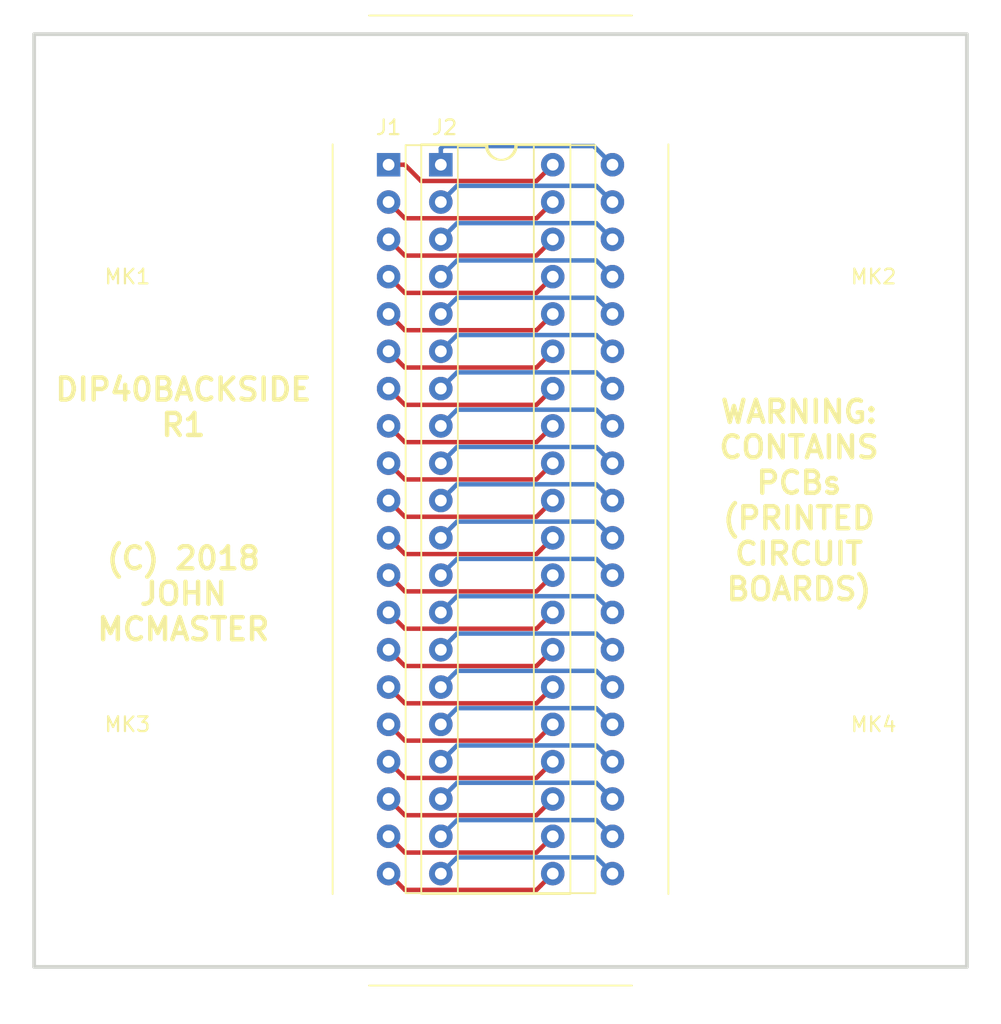
<source format=kicad_pcb>
(kicad_pcb (version 4) (host pcbnew 4.0.7-e2-6376~58~ubuntu16.04.1)

  (general
    (links 40)
    (no_connects 0)
    (area 22.922599 22.922599 91.377401 92.9774)
    (thickness 1.6)
    (drawings 7)
    (tracks 161)
    (zones 0)
    (modules 6)
    (nets 41)
  )

  (page A4)
  (layers
    (0 F.Cu signal)
    (31 B.Cu signal)
    (32 B.Adhes user)
    (33 F.Adhes user)
    (34 B.Paste user)
    (35 F.Paste user)
    (36 B.SilkS user)
    (37 F.SilkS user)
    (38 B.Mask user)
    (39 F.Mask user)
    (40 Dwgs.User user)
    (41 Cmts.User user)
    (42 Eco1.User user)
    (43 Eco2.User user)
    (44 Edge.Cuts user)
    (45 Margin user)
    (46 B.CrtYd user)
    (47 F.CrtYd user)
    (48 B.Fab user)
    (49 F.Fab user)
  )

  (setup
    (last_trace_width 0.3048)
    (trace_clearance 0.1524)
    (zone_clearance 0.508)
    (zone_45_only no)
    (trace_min 0.1524)
    (segment_width 0.2)
    (edge_width 0.00254)
    (via_size 0.6858)
    (via_drill 0.3302)
    (via_min_size 0.508)
    (via_min_drill 0.254)
    (uvia_size 0.6858)
    (uvia_drill 0.3302)
    (uvias_allowed no)
    (uvia_min_size 0)
    (uvia_min_drill 0)
    (pcb_text_width 0.3)
    (pcb_text_size 1.5 1.5)
    (mod_edge_width 0.15)
    (mod_text_size 1 1)
    (mod_text_width 0.15)
    (pad_size 3.175 3.175)
    (pad_drill 3.175)
    (pad_to_mask_clearance 0)
    (aux_axis_origin 0 0)
    (visible_elements 7FFFFFFF)
    (pcbplotparams
      (layerselection 0x010f0_80000001)
      (usegerberextensions false)
      (excludeedgelayer true)
      (linewidth 0.100000)
      (plotframeref false)
      (viasonmask false)
      (mode 1)
      (useauxorigin false)
      (hpglpennumber 1)
      (hpglpenspeed 20)
      (hpglpendiameter 15)
      (hpglpenoverlay 2)
      (psnegative false)
      (psa4output false)
      (plotreference true)
      (plotvalue true)
      (plotinvisibletext false)
      (padsonsilk false)
      (subtractmaskfromsilk false)
      (outputformat 1)
      (mirror false)
      (drillshape 0)
      (scaleselection 1)
      (outputdirectory dip40backside_r1))
  )

  (net 0 "")
  (net 1 /P1)
  (net 2 /P21)
  (net 3 /P2)
  (net 4 /P22)
  (net 5 /P3)
  (net 6 /P23)
  (net 7 /P4)
  (net 8 /P24)
  (net 9 /P5)
  (net 10 /P25)
  (net 11 /P6)
  (net 12 /P26)
  (net 13 /P7)
  (net 14 /P27)
  (net 15 /P8)
  (net 16 /P28)
  (net 17 /P9)
  (net 18 /P29)
  (net 19 /P10)
  (net 20 /P30)
  (net 21 /P11)
  (net 22 /P31)
  (net 23 /P12)
  (net 24 /P32)
  (net 25 /P13)
  (net 26 /P33)
  (net 27 /P14)
  (net 28 /P34)
  (net 29 /P15)
  (net 30 /P35)
  (net 31 /P16)
  (net 32 /P36)
  (net 33 /P17)
  (net 34 /P37)
  (net 35 /P18)
  (net 36 /P38)
  (net 37 /P19)
  (net 38 /P39)
  (net 39 /P20)
  (net 40 /P40)

  (net_class Default "To jest domyślna klasa połączeń."
    (clearance 0.1524)
    (trace_width 0.3048)
    (via_dia 0.6858)
    (via_drill 0.3302)
    (uvia_dia 0.6858)
    (uvia_drill 0.3302)
    (add_net /P1)
    (add_net /P10)
    (add_net /P11)
    (add_net /P12)
    (add_net /P13)
    (add_net /P14)
    (add_net /P15)
    (add_net /P16)
    (add_net /P17)
    (add_net /P18)
    (add_net /P19)
    (add_net /P2)
    (add_net /P20)
    (add_net /P21)
    (add_net /P22)
    (add_net /P23)
    (add_net /P24)
    (add_net /P25)
    (add_net /P26)
    (add_net /P27)
    (add_net /P28)
    (add_net /P29)
    (add_net /P3)
    (add_net /P30)
    (add_net /P31)
    (add_net /P32)
    (add_net /P33)
    (add_net /P34)
    (add_net /P35)
    (add_net /P36)
    (add_net /P37)
    (add_net /P38)
    (add_net /P39)
    (add_net /P4)
    (add_net /P40)
    (add_net /P5)
    (add_net /P6)
    (add_net /P7)
    (add_net /P8)
    (add_net /P9)
  )

  (module lib:aries_40-6554-10_DIP-40_W15.24mm_ZIF (layer F.Cu) (tedit 5B738C49) (tstamp 5B69CD01)
    (at 49.53 34.29)
    (descr "40-lead though-hole mounted DIP package, row spacing 15.24 mm (600 mils), Socket")
    (tags "THT DIP DIL PDIP 2.54mm 15.24mm 600mil Socket")
    (path /5B698498)
    (fp_text reference J1 (at 0 -2.54) (layer F.SilkS)
      (effects (font (size 1 1) (thickness 0.15)))
    )
    (fp_text value ZIF (at 7.62 50.59) (layer F.Fab)
      (effects (font (size 1 1) (thickness 0.15)))
    )
    (fp_arc (start 7.62 -1.33) (end 6.62 -1.33) (angle -180) (layer F.SilkS) (width 0.12))
    (fp_line (start 1.255 -1.27) (end 14.985 -1.27) (layer F.Fab) (width 0.1))
    (fp_line (start 14.985 -1.27) (end 14.985 49.53) (layer F.Fab) (width 0.1))
    (fp_line (start 14.985 49.53) (end 0.255 49.53) (layer F.Fab) (width 0.1))
    (fp_line (start 0.255 49.53) (end 0.255 -0.27) (layer F.Fab) (width 0.1))
    (fp_line (start 0.255 -0.27) (end 1.255 -1.27) (layer F.Fab) (width 0.1))
    (fp_line (start -1.27 -1.33) (end -1.27 49.59) (layer F.Fab) (width 0.1))
    (fp_line (start -1.27 49.59) (end 16.51 49.59) (layer F.Fab) (width 0.1))
    (fp_line (start 16.51 49.59) (end 16.51 -1.33) (layer F.Fab) (width 0.1))
    (fp_line (start 16.51 -1.33) (end -1.27 -1.33) (layer F.Fab) (width 0.1))
    (fp_line (start 6.62 -1.33) (end 1.16 -1.33) (layer F.SilkS) (width 0.12))
    (fp_line (start 1.16 -1.33) (end 1.16 49.59) (layer F.SilkS) (width 0.12))
    (fp_line (start 1.16 49.59) (end 14.08 49.59) (layer F.SilkS) (width 0.12))
    (fp_line (start 14.08 49.59) (end 14.08 -1.33) (layer F.SilkS) (width 0.12))
    (fp_line (start 14.08 -1.33) (end 8.62 -1.33) (layer F.SilkS) (width 0.12))
    (fp_line (start -3.81 -1.39) (end -3.81 49.65) (layer F.SilkS) (width 0.12))
    (fp_line (start -1.33 55.88) (end 16.57 55.88) (layer F.SilkS) (width 0.12))
    (fp_line (start 19.05 49.65) (end 19.05 -1.39) (layer F.SilkS) (width 0.12))
    (fp_line (start 16.57 -10.16) (end -1.33 -10.16) (layer F.SilkS) (width 0.12))
    (fp_line (start -1.55 -1.6) (end -1.55 49.85) (layer F.CrtYd) (width 0.05))
    (fp_line (start -1.55 49.85) (end 16.8 49.85) (layer F.CrtYd) (width 0.05))
    (fp_line (start 16.8 49.85) (end 16.8 -1.6) (layer F.CrtYd) (width 0.05))
    (fp_line (start 16.8 -1.6) (end -1.55 -1.6) (layer F.CrtYd) (width 0.05))
    (fp_text user %R (at 7.62 24.13) (layer F.Fab)
      (effects (font (size 1 1) (thickness 0.15)))
    )
    (pad 1 thru_hole rect (at 0 0) (size 1.6 1.6) (drill 0.8) (layers *.Cu *.Mask)
      (net 1 /P1))
    (pad 21 thru_hole oval (at 15.24 48.26) (size 1.6 1.6) (drill 0.8) (layers *.Cu *.Mask)
      (net 2 /P21))
    (pad 2 thru_hole oval (at 0 2.54) (size 1.6 1.6) (drill 0.8) (layers *.Cu *.Mask)
      (net 3 /P2))
    (pad 22 thru_hole oval (at 15.24 45.72) (size 1.6 1.6) (drill 0.8) (layers *.Cu *.Mask)
      (net 4 /P22))
    (pad 3 thru_hole oval (at 0 5.08) (size 1.6 1.6) (drill 0.8) (layers *.Cu *.Mask)
      (net 5 /P3))
    (pad 23 thru_hole oval (at 15.24 43.18) (size 1.6 1.6) (drill 0.8) (layers *.Cu *.Mask)
      (net 6 /P23))
    (pad 4 thru_hole oval (at 0 7.62) (size 1.6 1.6) (drill 0.8) (layers *.Cu *.Mask)
      (net 7 /P4))
    (pad 24 thru_hole oval (at 15.24 40.64) (size 1.6 1.6) (drill 0.8) (layers *.Cu *.Mask)
      (net 8 /P24))
    (pad 5 thru_hole oval (at 0 10.16) (size 1.6 1.6) (drill 0.8) (layers *.Cu *.Mask)
      (net 9 /P5))
    (pad 25 thru_hole oval (at 15.24 38.1) (size 1.6 1.6) (drill 0.8) (layers *.Cu *.Mask)
      (net 10 /P25))
    (pad 6 thru_hole oval (at 0 12.7) (size 1.6 1.6) (drill 0.8) (layers *.Cu *.Mask)
      (net 11 /P6))
    (pad 26 thru_hole oval (at 15.24 35.56) (size 1.6 1.6) (drill 0.8) (layers *.Cu *.Mask)
      (net 12 /P26))
    (pad 7 thru_hole oval (at 0 15.24) (size 1.6 1.6) (drill 0.8) (layers *.Cu *.Mask)
      (net 13 /P7))
    (pad 27 thru_hole oval (at 15.24 33.02) (size 1.6 1.6) (drill 0.8) (layers *.Cu *.Mask)
      (net 14 /P27))
    (pad 8 thru_hole oval (at 0 17.78) (size 1.6 1.6) (drill 0.8) (layers *.Cu *.Mask)
      (net 15 /P8))
    (pad 28 thru_hole oval (at 15.24 30.48) (size 1.6 1.6) (drill 0.8) (layers *.Cu *.Mask)
      (net 16 /P28))
    (pad 9 thru_hole oval (at 0 20.32) (size 1.6 1.6) (drill 0.8) (layers *.Cu *.Mask)
      (net 17 /P9))
    (pad 29 thru_hole oval (at 15.24 27.94) (size 1.6 1.6) (drill 0.8) (layers *.Cu *.Mask)
      (net 18 /P29))
    (pad 10 thru_hole oval (at 0 22.86) (size 1.6 1.6) (drill 0.8) (layers *.Cu *.Mask)
      (net 19 /P10))
    (pad 30 thru_hole oval (at 15.24 25.4) (size 1.6 1.6) (drill 0.8) (layers *.Cu *.Mask)
      (net 20 /P30))
    (pad 11 thru_hole oval (at 0 25.4) (size 1.6 1.6) (drill 0.8) (layers *.Cu *.Mask)
      (net 21 /P11))
    (pad 31 thru_hole oval (at 15.24 22.86) (size 1.6 1.6) (drill 0.8) (layers *.Cu *.Mask)
      (net 22 /P31))
    (pad 12 thru_hole oval (at 0 27.94) (size 1.6 1.6) (drill 0.8) (layers *.Cu *.Mask)
      (net 23 /P12))
    (pad 32 thru_hole oval (at 15.24 20.32) (size 1.6 1.6) (drill 0.8) (layers *.Cu *.Mask)
      (net 24 /P32))
    (pad 13 thru_hole oval (at 0 30.48) (size 1.6 1.6) (drill 0.8) (layers *.Cu *.Mask)
      (net 25 /P13))
    (pad 33 thru_hole oval (at 15.24 17.78) (size 1.6 1.6) (drill 0.8) (layers *.Cu *.Mask)
      (net 26 /P33))
    (pad 14 thru_hole oval (at 0 33.02) (size 1.6 1.6) (drill 0.8) (layers *.Cu *.Mask)
      (net 27 /P14))
    (pad 34 thru_hole oval (at 15.24 15.24) (size 1.6 1.6) (drill 0.8) (layers *.Cu *.Mask)
      (net 28 /P34))
    (pad 15 thru_hole oval (at 0 35.56) (size 1.6 1.6) (drill 0.8) (layers *.Cu *.Mask)
      (net 29 /P15))
    (pad 35 thru_hole oval (at 15.24 12.7) (size 1.6 1.6) (drill 0.8) (layers *.Cu *.Mask)
      (net 30 /P35))
    (pad 16 thru_hole oval (at 0 38.1) (size 1.6 1.6) (drill 0.8) (layers *.Cu *.Mask)
      (net 31 /P16))
    (pad 36 thru_hole oval (at 15.24 10.16) (size 1.6 1.6) (drill 0.8) (layers *.Cu *.Mask)
      (net 32 /P36))
    (pad 17 thru_hole oval (at 0 40.64) (size 1.6 1.6) (drill 0.8) (layers *.Cu *.Mask)
      (net 33 /P17))
    (pad 37 thru_hole oval (at 15.24 7.62) (size 1.6 1.6) (drill 0.8) (layers *.Cu *.Mask)
      (net 34 /P37))
    (pad 18 thru_hole oval (at 0 43.18) (size 1.6 1.6) (drill 0.8) (layers *.Cu *.Mask)
      (net 35 /P18))
    (pad 38 thru_hole oval (at 15.24 5.08) (size 1.6 1.6) (drill 0.8) (layers *.Cu *.Mask)
      (net 36 /P38))
    (pad 19 thru_hole oval (at 0 45.72) (size 1.6 1.6) (drill 0.8) (layers *.Cu *.Mask)
      (net 37 /P19))
    (pad 39 thru_hole oval (at 15.24 2.54) (size 1.6 1.6) (drill 0.8) (layers *.Cu *.Mask)
      (net 38 /P39))
    (pad 20 thru_hole oval (at 0 48.26) (size 1.6 1.6) (drill 0.8) (layers *.Cu *.Mask)
      (net 39 /P20))
    (pad 40 thru_hole oval (at 15.24 0) (size 1.6 1.6) (drill 0.8) (layers *.Cu *.Mask)
      (net 40 /P40))
    (model ${KISYS3DMOD}/Housings_DIP.3dshapes/DIP-40_W15.24mm_Socket.wrl
      (at (xyz 0 0 0))
      (scale (xyz 1 1 1))
      (rotate (xyz 0 0 0))
    )
  )

  (module lib:dip40-0.3 (layer F.Cu) (tedit 5B738C50) (tstamp 5B69DCBF)
    (at 53.086 34.29)
    (descr "40-lead though-hole mounted DIP package, row spacing 15.24 mm (600 mils), Socket")
    (tags "THT DIP DIL PDIP 2.54mm 15.24mm 600mil Socket")
    (path /5B6967F1)
    (fp_text reference J2 (at 0.254 -2.54) (layer F.SilkS)
      (effects (font (size 1 1) (thickness 0.15)))
    )
    (fp_text value Fencepost (at 3.81 50.59) (layer F.Fab)
      (effects (font (size 1 1) (thickness 0.15)))
    )
    (fp_arc (start 4.175 -1.33) (end 3.175 -1.33) (angle -180) (layer F.SilkS) (width 0.12))
    (fp_line (start 7.238 -1.27) (end 7.238 49.53) (layer F.Fab) (width 0.1))
    (fp_line (start 8.636 49.657) (end 0.255 49.657) (layer F.Fab) (width 0.1))
    (fp_line (start 0.255 49.53) (end 0.255 -0.27) (layer F.Fab) (width 0.1))
    (fp_line (start 0.255 -0.27) (end 1.255 -1.27) (layer F.Fab) (width 0.1))
    (fp_line (start -1.27 -1.33) (end -1.27 49.59) (layer F.Fab) (width 0.1))
    (fp_line (start -1.27 49.59) (end 8.89 49.59) (layer F.Fab) (width 0.1))
    (fp_line (start 8.763 49.59) (end 8.763 -1.33) (layer F.Fab) (width 0.1))
    (fp_line (start 8.763 -1.397) (end -1.27 -1.33) (layer F.Fab) (width 0.1))
    (fp_line (start 3.175 -1.27) (end 1.16 -1.27) (layer F.SilkS) (width 0.12))
    (fp_line (start 1.16 -1.33) (end 1.16 49.59) (layer F.SilkS) (width 0.12))
    (fp_line (start 1.16 49.59) (end 8.763 49.59) (layer F.SilkS) (width 0.12))
    (fp_line (start 6.333 49.59) (end 6.333 -1.33) (layer F.SilkS) (width 0.12))
    (fp_line (start -1.33 -1.39) (end -1.33 49.65) (layer F.SilkS) (width 0.12))
    (fp_line (start -1.33 49.65) (end 8.763 49.65) (layer F.SilkS) (width 0.12))
    (fp_line (start 8.823 49.65) (end 8.823 -1.39) (layer F.SilkS) (width 0.12))
    (fp_line (start 8.763 -1.397) (end -1.33 -1.39) (layer F.SilkS) (width 0.12))
    (fp_line (start -1.55 -1.6) (end -1.55 49.85) (layer F.CrtYd) (width 0.05))
    (fp_text user %R (at 7.62 24.13) (layer F.Fab)
      (effects (font (size 1 1) (thickness 0.15)))
    )
    (pad 1 thru_hole rect (at 0 0) (size 1.6 1.6) (drill 0.8) (layers *.Cu *.Mask)
      (net 40 /P40))
    (pad 21 thru_hole oval (at 7.62 48.26) (size 1.6 1.6) (drill 0.8) (layers *.Cu *.Mask)
      (net 39 /P20))
    (pad 2 thru_hole oval (at 0 2.54) (size 1.6 1.6) (drill 0.8) (layers *.Cu *.Mask)
      (net 38 /P39))
    (pad 22 thru_hole oval (at 7.62 45.72) (size 1.6 1.6) (drill 0.8) (layers *.Cu *.Mask)
      (net 37 /P19))
    (pad 3 thru_hole oval (at 0 5.08) (size 1.6 1.6) (drill 0.8) (layers *.Cu *.Mask)
      (net 36 /P38))
    (pad 23 thru_hole oval (at 7.62 43.18) (size 1.6 1.6) (drill 0.8) (layers *.Cu *.Mask)
      (net 35 /P18))
    (pad 4 thru_hole oval (at 0 7.62) (size 1.6 1.6) (drill 0.8) (layers *.Cu *.Mask)
      (net 34 /P37))
    (pad 24 thru_hole oval (at 7.62 40.64) (size 1.6 1.6) (drill 0.8) (layers *.Cu *.Mask)
      (net 33 /P17))
    (pad 5 thru_hole oval (at 0 10.16) (size 1.6 1.6) (drill 0.8) (layers *.Cu *.Mask)
      (net 32 /P36))
    (pad 25 thru_hole oval (at 7.62 38.1) (size 1.6 1.6) (drill 0.8) (layers *.Cu *.Mask)
      (net 31 /P16))
    (pad 6 thru_hole oval (at 0 12.7) (size 1.6 1.6) (drill 0.8) (layers *.Cu *.Mask)
      (net 30 /P35))
    (pad 26 thru_hole oval (at 7.62 35.56) (size 1.6 1.6) (drill 0.8) (layers *.Cu *.Mask)
      (net 29 /P15))
    (pad 7 thru_hole oval (at 0 15.24) (size 1.6 1.6) (drill 0.8) (layers *.Cu *.Mask)
      (net 28 /P34))
    (pad 27 thru_hole oval (at 7.62 33.02) (size 1.6 1.6) (drill 0.8) (layers *.Cu *.Mask)
      (net 27 /P14))
    (pad 8 thru_hole oval (at 0 17.78) (size 1.6 1.6) (drill 0.8) (layers *.Cu *.Mask)
      (net 26 /P33))
    (pad 28 thru_hole oval (at 7.62 30.48) (size 1.6 1.6) (drill 0.8) (layers *.Cu *.Mask)
      (net 25 /P13))
    (pad 9 thru_hole oval (at 0 20.32) (size 1.6 1.6) (drill 0.8) (layers *.Cu *.Mask)
      (net 24 /P32))
    (pad 29 thru_hole oval (at 7.62 27.94) (size 1.6 1.6) (drill 0.8) (layers *.Cu *.Mask)
      (net 23 /P12))
    (pad 10 thru_hole oval (at 0 22.86) (size 1.6 1.6) (drill 0.8) (layers *.Cu *.Mask)
      (net 22 /P31))
    (pad 30 thru_hole oval (at 7.62 25.4) (size 1.6 1.6) (drill 0.8) (layers *.Cu *.Mask)
      (net 21 /P11))
    (pad 11 thru_hole oval (at 0 25.4) (size 1.6 1.6) (drill 0.8) (layers *.Cu *.Mask)
      (net 20 /P30))
    (pad 31 thru_hole oval (at 7.62 22.86) (size 1.6 1.6) (drill 0.8) (layers *.Cu *.Mask)
      (net 19 /P10))
    (pad 12 thru_hole oval (at 0 27.94) (size 1.6 1.6) (drill 0.8) (layers *.Cu *.Mask)
      (net 18 /P29))
    (pad 32 thru_hole oval (at 7.62 20.32) (size 1.6 1.6) (drill 0.8) (layers *.Cu *.Mask)
      (net 17 /P9))
    (pad 13 thru_hole oval (at 0 30.48) (size 1.6 1.6) (drill 0.8) (layers *.Cu *.Mask)
      (net 16 /P28))
    (pad 33 thru_hole oval (at 7.62 17.78) (size 1.6 1.6) (drill 0.8) (layers *.Cu *.Mask)
      (net 15 /P8))
    (pad 14 thru_hole oval (at 0 33.02) (size 1.6 1.6) (drill 0.8) (layers *.Cu *.Mask)
      (net 14 /P27))
    (pad 34 thru_hole oval (at 7.62 15.24) (size 1.6 1.6) (drill 0.8) (layers *.Cu *.Mask)
      (net 13 /P7))
    (pad 15 thru_hole oval (at 0 35.56) (size 1.6 1.6) (drill 0.8) (layers *.Cu *.Mask)
      (net 12 /P26))
    (pad 35 thru_hole oval (at 7.62 12.7) (size 1.6 1.6) (drill 0.8) (layers *.Cu *.Mask)
      (net 11 /P6))
    (pad 16 thru_hole oval (at 0 38.1) (size 1.6 1.6) (drill 0.8) (layers *.Cu *.Mask)
      (net 10 /P25))
    (pad 36 thru_hole oval (at 7.62 10.16) (size 1.6 1.6) (drill 0.8) (layers *.Cu *.Mask)
      (net 9 /P5))
    (pad 17 thru_hole oval (at 0 40.64) (size 1.6 1.6) (drill 0.8) (layers *.Cu *.Mask)
      (net 8 /P24))
    (pad 37 thru_hole oval (at 7.62 7.62) (size 1.6 1.6) (drill 0.8) (layers *.Cu *.Mask)
      (net 7 /P4))
    (pad 18 thru_hole oval (at 0 43.18) (size 1.6 1.6) (drill 0.8) (layers *.Cu *.Mask)
      (net 6 /P23))
    (pad 38 thru_hole oval (at 7.62 5.08) (size 1.6 1.6) (drill 0.8) (layers *.Cu *.Mask)
      (net 5 /P3))
    (pad 19 thru_hole oval (at 0 45.72) (size 1.6 1.6) (drill 0.8) (layers *.Cu *.Mask)
      (net 4 /P22))
    (pad 39 thru_hole oval (at 7.62 2.54) (size 1.6 1.6) (drill 0.8) (layers *.Cu *.Mask)
      (net 3 /P2))
    (pad 20 thru_hole oval (at 0 48.26) (size 1.6 1.6) (drill 0.8) (layers *.Cu *.Mask)
      (net 2 /P21))
    (pad 40 thru_hole oval (at 7.62 0) (size 1.6 1.6) (drill 0.8) (layers *.Cu *.Mask)
      (net 1 /P1))
    (model ${KISYS3DMOD}/Housings_DIP.3dshapes/DIP-40_W15.24mm_Socket.wrl
      (at (xyz 0 0 0))
      (scale (xyz 1 1 1))
      (rotate (xyz 0 0 0))
    )
  )

  (module Mounting_Holes:MountingHole_8.4mm_M8 (layer F.Cu) (tedit 56D1B4CB) (tstamp 5B738F30)
    (at 31.75 31.75)
    (descr "Mounting Hole 8.4mm, no annular, M8")
    (tags "mounting hole 8.4mm no annular m8")
    (path /5B7391AD)
    (attr virtual)
    (fp_text reference MK1 (at 0 10.16) (layer F.SilkS)
      (effects (font (size 1 1) (thickness 0.15)))
    )
    (fp_text value Mounting_Hole (at 0 9.4) (layer F.Fab)
      (effects (font (size 1 1) (thickness 0.15)))
    )
    (fp_text user %R (at 0.3 0) (layer F.Fab)
      (effects (font (size 1 1) (thickness 0.15)))
    )
    (fp_circle (center 0 0) (end 8.4 0) (layer Cmts.User) (width 0.15))
    (fp_circle (center 0 0) (end 8.65 0) (layer F.CrtYd) (width 0.05))
    (pad 1 np_thru_hole circle (at 0 0) (size 8.4 8.4) (drill 8.4) (layers *.Cu *.Mask))
  )

  (module Mounting_Holes:MountingHole_8.4mm_M8 (layer F.Cu) (tedit 56D1B4CB) (tstamp 5B738F35)
    (at 82.55 31.75)
    (descr "Mounting Hole 8.4mm, no annular, M8")
    (tags "mounting hole 8.4mm no annular m8")
    (path /5B739211)
    (attr virtual)
    (fp_text reference MK2 (at 0 10.16) (layer F.SilkS)
      (effects (font (size 1 1) (thickness 0.15)))
    )
    (fp_text value Mounting_Hole (at 0 9.4) (layer F.Fab)
      (effects (font (size 1 1) (thickness 0.15)))
    )
    (fp_text user %R (at 0.3 0) (layer F.Fab)
      (effects (font (size 1 1) (thickness 0.15)))
    )
    (fp_circle (center 0 0) (end 8.4 0) (layer Cmts.User) (width 0.15))
    (fp_circle (center 0 0) (end 8.65 0) (layer F.CrtYd) (width 0.05))
    (pad 1 np_thru_hole circle (at 0 0) (size 8.4 8.4) (drill 8.4) (layers *.Cu *.Mask))
  )

  (module Mounting_Holes:MountingHole_8.4mm_M8 (layer F.Cu) (tedit 56D1B4CB) (tstamp 5B738F3A)
    (at 31.75 82.55)
    (descr "Mounting Hole 8.4mm, no annular, M8")
    (tags "mounting hole 8.4mm no annular m8")
    (path /5B739245)
    (attr virtual)
    (fp_text reference MK3 (at 0 -10.16) (layer F.SilkS)
      (effects (font (size 1 1) (thickness 0.15)))
    )
    (fp_text value Mounting_Hole (at 0 9.4) (layer F.Fab)
      (effects (font (size 1 1) (thickness 0.15)))
    )
    (fp_text user %R (at 0.3 0) (layer F.Fab)
      (effects (font (size 1 1) (thickness 0.15)))
    )
    (fp_circle (center 0 0) (end 8.4 0) (layer Cmts.User) (width 0.15))
    (fp_circle (center 0 0) (end 8.65 0) (layer F.CrtYd) (width 0.05))
    (pad 1 np_thru_hole circle (at 0 0) (size 8.4 8.4) (drill 8.4) (layers *.Cu *.Mask))
  )

  (module Mounting_Holes:MountingHole_8.4mm_M8 (layer F.Cu) (tedit 56D1B4CB) (tstamp 5B738F3F)
    (at 82.55 82.55)
    (descr "Mounting Hole 8.4mm, no annular, M8")
    (tags "mounting hole 8.4mm no annular m8")
    (path /5B739268)
    (attr virtual)
    (fp_text reference MK4 (at 0 -10.16) (layer F.SilkS)
      (effects (font (size 1 1) (thickness 0.15)))
    )
    (fp_text value Mounting_Hole (at 0 9.4) (layer F.Fab)
      (effects (font (size 1 1) (thickness 0.15)))
    )
    (fp_text user %R (at 0.3 0) (layer F.Fab)
      (effects (font (size 1 1) (thickness 0.15)))
    )
    (fp_circle (center 0 0) (end 8.4 0) (layer Cmts.User) (width 0.15))
    (fp_circle (center 0 0) (end 8.65 0) (layer F.CrtYd) (width 0.05))
    (pad 1 np_thru_hole circle (at 0 0) (size 8.4 8.4) (drill 8.4) (layers *.Cu *.Mask))
  )

  (gr_text "WARNING:\nCONTAINS\nPCBs\n(PRINTED\nCIRCUIT\nBOARDS)" (at 77.47 57.15) (layer F.SilkS) (tstamp 5B69E17C)
    (effects (font (size 1.5 1.5) (thickness 0.3)))
  )
  (gr_line (start 25.4 25.4) (end 88.9 25.4) (layer Edge.Cuts) (width 0.254) (tstamp 5B69E0D9))
  (gr_line (start 25.4 88.9) (end 88.9 88.9) (layer Edge.Cuts) (width 0.254) (tstamp 5B69E0D6))
  (gr_line (start 88.9 25.4) (end 88.9 88.9) (layer Edge.Cuts) (width 0.254) (tstamp 5B69E0D3))
  (gr_line (start 25.4 25.4) (end 25.4 88.9) (layer Edge.Cuts) (width 0.254))
  (gr_text "DIP40BACKSIDE\nR1" (at 35.56 50.8 360) (layer F.SilkS) (tstamp 5B69E0A6)
    (effects (font (size 1.5 1.5) (thickness 0.3)))
  )
  (gr_text "(C) 2018\nJOHN\nMCMASTER" (at 35.56 63.5 360) (layer F.SilkS)
    (effects (font (size 1.5 1.5) (thickness 0.3)))
  )

  (segment (start 59.906001 35.089999) (end 60.706 34.29) (width 0.3048) (layer F.Cu) (net 1))
  (segment (start 59.601199 35.394801) (end 59.906001 35.089999) (width 0.3048) (layer F.Cu) (net 1))
  (segment (start 50.6348 34.29) (end 51.739601 35.394801) (width 0.3048) (layer F.Cu) (net 1))
  (segment (start 51.739601 35.394801) (end 59.601199 35.394801) (width 0.3048) (layer F.Cu) (net 1))
  (segment (start 49.53 34.29) (end 50.6348 34.29) (width 0.3048) (layer F.Cu) (net 1))
  (segment (start 64.77 82.55) (end 63.665199 81.445199) (width 0.3048) (layer B.Cu) (net 2))
  (segment (start 63.665199 81.445199) (end 54.190801 81.445199) (width 0.3048) (layer B.Cu) (net 2))
  (segment (start 54.190801 81.445199) (end 53.885999 81.750001) (width 0.3048) (layer B.Cu) (net 2))
  (segment (start 53.885999 81.750001) (end 53.086 82.55) (width 0.3048) (layer B.Cu) (net 2))
  (segment (start 49.53 36.83) (end 50.634801 37.934801) (width 0.3048) (layer F.Cu) (net 3))
  (segment (start 59.601199 37.934801) (end 59.906001 37.629999) (width 0.3048) (layer F.Cu) (net 3))
  (segment (start 50.634801 37.934801) (end 59.601199 37.934801) (width 0.3048) (layer F.Cu) (net 3))
  (segment (start 59.906001 37.629999) (end 60.706 36.83) (width 0.3048) (layer F.Cu) (net 3))
  (segment (start 64.77 80.01) (end 63.665199 78.905199) (width 0.3048) (layer B.Cu) (net 4))
  (segment (start 63.665199 78.905199) (end 54.190801 78.905199) (width 0.3048) (layer B.Cu) (net 4))
  (segment (start 54.190801 78.905199) (end 53.885999 79.210001) (width 0.3048) (layer B.Cu) (net 4))
  (segment (start 53.885999 79.210001) (end 53.086 80.01) (width 0.3048) (layer B.Cu) (net 4))
  (segment (start 49.53 39.37) (end 50.634801 40.474801) (width 0.3048) (layer F.Cu) (net 5))
  (segment (start 50.634801 40.474801) (end 59.601199 40.474801) (width 0.3048) (layer F.Cu) (net 5))
  (segment (start 59.601199 40.474801) (end 59.906001 40.169999) (width 0.3048) (layer F.Cu) (net 5))
  (segment (start 59.906001 40.169999) (end 60.706 39.37) (width 0.3048) (layer F.Cu) (net 5))
  (segment (start 64.77 77.47) (end 63.665199 76.365199) (width 0.3048) (layer B.Cu) (net 6))
  (segment (start 63.665199 76.365199) (end 54.190801 76.365199) (width 0.3048) (layer B.Cu) (net 6))
  (segment (start 54.190801 76.365199) (end 53.885999 76.670001) (width 0.3048) (layer B.Cu) (net 6))
  (segment (start 53.885999 76.670001) (end 53.086 77.47) (width 0.3048) (layer B.Cu) (net 6))
  (segment (start 49.53 41.91) (end 50.634801 43.014801) (width 0.3048) (layer F.Cu) (net 7))
  (segment (start 59.601199 43.014801) (end 59.906001 42.709999) (width 0.3048) (layer F.Cu) (net 7))
  (segment (start 59.906001 42.709999) (end 60.706 41.91) (width 0.3048) (layer F.Cu) (net 7))
  (segment (start 50.634801 43.014801) (end 59.601199 43.014801) (width 0.3048) (layer F.Cu) (net 7))
  (segment (start 64.77 74.93) (end 63.665199 73.825199) (width 0.3048) (layer B.Cu) (net 8))
  (segment (start 63.665199 73.825199) (end 54.190801 73.825199) (width 0.3048) (layer B.Cu) (net 8))
  (segment (start 54.190801 73.825199) (end 53.885999 74.130001) (width 0.3048) (layer B.Cu) (net 8))
  (segment (start 53.885999 74.130001) (end 53.086 74.93) (width 0.3048) (layer B.Cu) (net 8))
  (segment (start 49.53 44.45) (end 50.634801 45.554801) (width 0.3048) (layer F.Cu) (net 9))
  (segment (start 59.906001 45.249999) (end 60.706 44.45) (width 0.3048) (layer F.Cu) (net 9))
  (segment (start 50.634801 45.554801) (end 59.601199 45.554801) (width 0.3048) (layer F.Cu) (net 9))
  (segment (start 59.601199 45.554801) (end 59.906001 45.249999) (width 0.3048) (layer F.Cu) (net 9))
  (segment (start 64.77 72.39) (end 63.665199 71.285199) (width 0.3048) (layer B.Cu) (net 10))
  (segment (start 63.665199 71.285199) (end 54.190801 71.285199) (width 0.3048) (layer B.Cu) (net 10))
  (segment (start 54.190801 71.285199) (end 53.885999 71.590001) (width 0.3048) (layer B.Cu) (net 10))
  (segment (start 53.885999 71.590001) (end 53.086 72.39) (width 0.3048) (layer B.Cu) (net 10))
  (segment (start 49.53 46.99) (end 50.634801 48.094801) (width 0.3048) (layer F.Cu) (net 11))
  (segment (start 50.634801 48.094801) (end 59.601199 48.094801) (width 0.3048) (layer F.Cu) (net 11))
  (segment (start 59.601199 48.094801) (end 59.906001 47.789999) (width 0.3048) (layer F.Cu) (net 11))
  (segment (start 59.906001 47.789999) (end 60.706 46.99) (width 0.3048) (layer F.Cu) (net 11))
  (segment (start 64.77 69.85) (end 63.665199 68.745199) (width 0.3048) (layer B.Cu) (net 12))
  (segment (start 63.665199 68.745199) (end 54.190801 68.745199) (width 0.3048) (layer B.Cu) (net 12))
  (segment (start 54.190801 68.745199) (end 53.885999 69.050001) (width 0.3048) (layer B.Cu) (net 12))
  (segment (start 53.885999 69.050001) (end 53.086 69.85) (width 0.3048) (layer B.Cu) (net 12))
  (segment (start 49.53 49.53) (end 50.634801 50.634801) (width 0.3048) (layer F.Cu) (net 13))
  (segment (start 50.634801 50.634801) (end 59.601199 50.634801) (width 0.3048) (layer F.Cu) (net 13))
  (segment (start 59.601199 50.634801) (end 59.906001 50.329999) (width 0.3048) (layer F.Cu) (net 13))
  (segment (start 59.906001 50.329999) (end 60.706 49.53) (width 0.3048) (layer F.Cu) (net 13))
  (segment (start 64.77 67.31) (end 63.665199 66.205199) (width 0.3048) (layer B.Cu) (net 14))
  (segment (start 63.665199 66.205199) (end 54.190801 66.205199) (width 0.3048) (layer B.Cu) (net 14))
  (segment (start 54.190801 66.205199) (end 53.885999 66.510001) (width 0.3048) (layer B.Cu) (net 14))
  (segment (start 53.885999 66.510001) (end 53.086 67.31) (width 0.3048) (layer B.Cu) (net 14))
  (segment (start 49.53 52.07) (end 50.634801 53.174801) (width 0.3048) (layer F.Cu) (net 15))
  (segment (start 50.634801 53.174801) (end 59.601199 53.174801) (width 0.3048) (layer F.Cu) (net 15))
  (segment (start 59.601199 53.174801) (end 59.906001 52.869999) (width 0.3048) (layer F.Cu) (net 15))
  (segment (start 59.906001 52.869999) (end 60.706 52.07) (width 0.3048) (layer F.Cu) (net 15))
  (segment (start 64.77 64.77) (end 63.665199 63.665199) (width 0.3048) (layer B.Cu) (net 16))
  (segment (start 63.665199 63.665199) (end 54.190801 63.665199) (width 0.3048) (layer B.Cu) (net 16))
  (segment (start 54.190801 63.665199) (end 53.885999 63.970001) (width 0.3048) (layer B.Cu) (net 16))
  (segment (start 53.885999 63.970001) (end 53.086 64.77) (width 0.3048) (layer B.Cu) (net 16))
  (segment (start 49.53 54.61) (end 50.634801 55.714801) (width 0.3048) (layer F.Cu) (net 17))
  (segment (start 50.634801 55.714801) (end 59.601199 55.714801) (width 0.3048) (layer F.Cu) (net 17))
  (segment (start 59.601199 55.714801) (end 59.906001 55.409999) (width 0.3048) (layer F.Cu) (net 17))
  (segment (start 59.906001 55.409999) (end 60.706 54.61) (width 0.3048) (layer F.Cu) (net 17))
  (segment (start 64.77 62.23) (end 63.665199 61.125199) (width 0.3048) (layer B.Cu) (net 18))
  (segment (start 63.665199 61.125199) (end 54.190801 61.125199) (width 0.3048) (layer B.Cu) (net 18))
  (segment (start 54.190801 61.125199) (end 53.885999 61.430001) (width 0.3048) (layer B.Cu) (net 18))
  (segment (start 53.885999 61.430001) (end 53.086 62.23) (width 0.3048) (layer B.Cu) (net 18))
  (segment (start 49.53 57.15) (end 50.634801 58.254801) (width 0.3048) (layer F.Cu) (net 19))
  (segment (start 59.601199 58.254801) (end 59.906001 57.949999) (width 0.3048) (layer F.Cu) (net 19))
  (segment (start 50.634801 58.254801) (end 59.601199 58.254801) (width 0.3048) (layer F.Cu) (net 19))
  (segment (start 59.906001 57.949999) (end 60.706 57.15) (width 0.3048) (layer F.Cu) (net 19))
  (segment (start 64.77 59.69) (end 63.665199 58.585199) (width 0.3048) (layer B.Cu) (net 20))
  (segment (start 63.665199 58.585199) (end 54.190801 58.585199) (width 0.3048) (layer B.Cu) (net 20))
  (segment (start 54.190801 58.585199) (end 53.885999 58.890001) (width 0.3048) (layer B.Cu) (net 20))
  (segment (start 53.885999 58.890001) (end 53.086 59.69) (width 0.3048) (layer B.Cu) (net 20))
  (segment (start 49.53 59.69) (end 50.634801 60.794801) (width 0.3048) (layer F.Cu) (net 21))
  (segment (start 50.634801 60.794801) (end 59.601199 60.794801) (width 0.3048) (layer F.Cu) (net 21))
  (segment (start 59.601199 60.794801) (end 59.906001 60.489999) (width 0.3048) (layer F.Cu) (net 21))
  (segment (start 59.906001 60.489999) (end 60.706 59.69) (width 0.3048) (layer F.Cu) (net 21))
  (segment (start 64.77 57.15) (end 63.665199 56.045199) (width 0.3048) (layer B.Cu) (net 22))
  (segment (start 63.665199 56.045199) (end 54.190801 56.045199) (width 0.3048) (layer B.Cu) (net 22))
  (segment (start 54.190801 56.045199) (end 53.885999 56.350001) (width 0.3048) (layer B.Cu) (net 22))
  (segment (start 53.885999 56.350001) (end 53.086 57.15) (width 0.3048) (layer B.Cu) (net 22))
  (segment (start 49.53 62.23) (end 50.634801 63.334801) (width 0.3048) (layer F.Cu) (net 23))
  (segment (start 59.906001 63.029999) (end 60.706 62.23) (width 0.3048) (layer F.Cu) (net 23))
  (segment (start 50.634801 63.334801) (end 59.601199 63.334801) (width 0.3048) (layer F.Cu) (net 23))
  (segment (start 59.601199 63.334801) (end 59.906001 63.029999) (width 0.3048) (layer F.Cu) (net 23))
  (segment (start 64.77 54.61) (end 63.665199 53.505199) (width 0.3048) (layer B.Cu) (net 24))
  (segment (start 63.665199 53.505199) (end 54.190801 53.505199) (width 0.3048) (layer B.Cu) (net 24))
  (segment (start 54.190801 53.505199) (end 53.885999 53.810001) (width 0.3048) (layer B.Cu) (net 24))
  (segment (start 53.885999 53.810001) (end 53.086 54.61) (width 0.3048) (layer B.Cu) (net 24))
  (segment (start 49.53 64.77) (end 50.634801 65.874801) (width 0.3048) (layer F.Cu) (net 25))
  (segment (start 50.634801 65.874801) (end 59.601199 65.874801) (width 0.3048) (layer F.Cu) (net 25))
  (segment (start 59.601199 65.874801) (end 59.906001 65.569999) (width 0.3048) (layer F.Cu) (net 25))
  (segment (start 59.906001 65.569999) (end 60.706 64.77) (width 0.3048) (layer F.Cu) (net 25))
  (segment (start 64.77 52.07) (end 63.665199 50.965199) (width 0.3048) (layer B.Cu) (net 26))
  (segment (start 63.665199 50.965199) (end 54.190801 50.965199) (width 0.3048) (layer B.Cu) (net 26))
  (segment (start 54.190801 50.965199) (end 53.885999 51.270001) (width 0.3048) (layer B.Cu) (net 26))
  (segment (start 53.885999 51.270001) (end 53.086 52.07) (width 0.3048) (layer B.Cu) (net 26))
  (segment (start 49.53 67.31) (end 50.634801 68.414801) (width 0.3048) (layer F.Cu) (net 27))
  (segment (start 50.634801 68.414801) (end 59.601199 68.414801) (width 0.3048) (layer F.Cu) (net 27))
  (segment (start 59.601199 68.414801) (end 59.906001 68.109999) (width 0.3048) (layer F.Cu) (net 27))
  (segment (start 59.906001 68.109999) (end 60.706 67.31) (width 0.3048) (layer F.Cu) (net 27))
  (segment (start 64.77 49.53) (end 63.665199 48.425199) (width 0.3048) (layer B.Cu) (net 28))
  (segment (start 63.665199 48.425199) (end 54.190801 48.425199) (width 0.3048) (layer B.Cu) (net 28))
  (segment (start 54.190801 48.425199) (end 53.885999 48.730001) (width 0.3048) (layer B.Cu) (net 28))
  (segment (start 53.885999 48.730001) (end 53.086 49.53) (width 0.3048) (layer B.Cu) (net 28))
  (segment (start 49.53 69.85) (end 50.634801 70.954801) (width 0.3048) (layer F.Cu) (net 29))
  (segment (start 50.634801 70.954801) (end 59.601199 70.954801) (width 0.3048) (layer F.Cu) (net 29))
  (segment (start 59.601199 70.954801) (end 59.906001 70.649999) (width 0.3048) (layer F.Cu) (net 29))
  (segment (start 59.906001 70.649999) (end 60.706 69.85) (width 0.3048) (layer F.Cu) (net 29))
  (segment (start 64.77 46.99) (end 63.665199 45.885199) (width 0.3048) (layer B.Cu) (net 30))
  (segment (start 63.665199 45.885199) (end 54.190801 45.885199) (width 0.3048) (layer B.Cu) (net 30))
  (segment (start 53.885999 46.190001) (end 53.086 46.99) (width 0.3048) (layer B.Cu) (net 30))
  (segment (start 54.190801 45.885199) (end 53.885999 46.190001) (width 0.3048) (layer B.Cu) (net 30))
  (segment (start 49.53 72.39) (end 50.634801 73.494801) (width 0.3048) (layer F.Cu) (net 31))
  (segment (start 50.634801 73.494801) (end 59.601199 73.494801) (width 0.3048) (layer F.Cu) (net 31))
  (segment (start 59.601199 73.494801) (end 59.906001 73.189999) (width 0.3048) (layer F.Cu) (net 31))
  (segment (start 59.906001 73.189999) (end 60.706 72.39) (width 0.3048) (layer F.Cu) (net 31))
  (segment (start 64.77 44.45) (end 63.665199 43.345199) (width 0.3048) (layer B.Cu) (net 32))
  (segment (start 63.665199 43.345199) (end 54.190801 43.345199) (width 0.3048) (layer B.Cu) (net 32))
  (segment (start 54.190801 43.345199) (end 53.885999 43.650001) (width 0.3048) (layer B.Cu) (net 32))
  (segment (start 53.885999 43.650001) (end 53.086 44.45) (width 0.3048) (layer B.Cu) (net 32))
  (segment (start 49.53 74.93) (end 50.634801 76.034801) (width 0.3048) (layer F.Cu) (net 33))
  (segment (start 50.634801 76.034801) (end 59.601199 76.034801) (width 0.3048) (layer F.Cu) (net 33))
  (segment (start 59.601199 76.034801) (end 59.906001 75.729999) (width 0.3048) (layer F.Cu) (net 33))
  (segment (start 59.906001 75.729999) (end 60.706 74.93) (width 0.3048) (layer F.Cu) (net 33))
  (segment (start 64.77 41.91) (end 63.665199 40.805199) (width 0.3048) (layer B.Cu) (net 34))
  (segment (start 63.665199 40.805199) (end 54.190801 40.805199) (width 0.3048) (layer B.Cu) (net 34))
  (segment (start 54.190801 40.805199) (end 53.885999 41.110001) (width 0.3048) (layer B.Cu) (net 34))
  (segment (start 53.885999 41.110001) (end 53.086 41.91) (width 0.3048) (layer B.Cu) (net 34))
  (segment (start 49.53 77.47) (end 50.634801 78.574801) (width 0.3048) (layer F.Cu) (net 35))
  (segment (start 50.634801 78.574801) (end 59.601199 78.574801) (width 0.3048) (layer F.Cu) (net 35))
  (segment (start 59.601199 78.574801) (end 59.906001 78.269999) (width 0.3048) (layer F.Cu) (net 35))
  (segment (start 59.906001 78.269999) (end 60.706 77.47) (width 0.3048) (layer F.Cu) (net 35))
  (segment (start 64.77 39.37) (end 63.665199 38.265199) (width 0.3048) (layer B.Cu) (net 36))
  (segment (start 63.665199 38.265199) (end 54.190801 38.265199) (width 0.3048) (layer B.Cu) (net 36))
  (segment (start 54.190801 38.265199) (end 53.885999 38.570001) (width 0.3048) (layer B.Cu) (net 36))
  (segment (start 53.885999 38.570001) (end 53.086 39.37) (width 0.3048) (layer B.Cu) (net 36))
  (segment (start 49.53 80.01) (end 50.634801 81.114801) (width 0.3048) (layer F.Cu) (net 37))
  (segment (start 50.634801 81.114801) (end 59.601199 81.114801) (width 0.3048) (layer F.Cu) (net 37))
  (segment (start 59.601199 81.114801) (end 59.906001 80.809999) (width 0.3048) (layer F.Cu) (net 37))
  (segment (start 59.906001 80.809999) (end 60.706 80.01) (width 0.3048) (layer F.Cu) (net 37))
  (segment (start 64.77 36.83) (end 63.665199 35.725199) (width 0.3048) (layer B.Cu) (net 38))
  (segment (start 63.665199 35.725199) (end 54.190801 35.725199) (width 0.3048) (layer B.Cu) (net 38))
  (segment (start 54.190801 35.725199) (end 53.885999 36.030001) (width 0.3048) (layer B.Cu) (net 38))
  (segment (start 53.885999 36.030001) (end 53.086 36.83) (width 0.3048) (layer B.Cu) (net 38))
  (segment (start 49.53 82.55) (end 50.634801 83.654801) (width 0.3048) (layer F.Cu) (net 39))
  (segment (start 50.634801 83.654801) (end 59.601199 83.654801) (width 0.3048) (layer F.Cu) (net 39))
  (segment (start 59.601199 83.654801) (end 59.906001 83.349999) (width 0.3048) (layer F.Cu) (net 39))
  (segment (start 59.906001 83.349999) (end 60.706 82.55) (width 0.3048) (layer F.Cu) (net 39))
  (segment (start 64.77 34.29) (end 63.5 33.02) (width 0.3048) (layer B.Cu) (net 40))
  (segment (start 63.5 33.02) (end 53.2512 33.02) (width 0.3048) (layer B.Cu) (net 40))
  (segment (start 53.2512 33.02) (end 53.086 33.1852) (width 0.3048) (layer B.Cu) (net 40))
  (segment (start 53.086 33.1852) (end 53.086 34.29) (width 0.3048) (layer B.Cu) (net 40))

)

</source>
